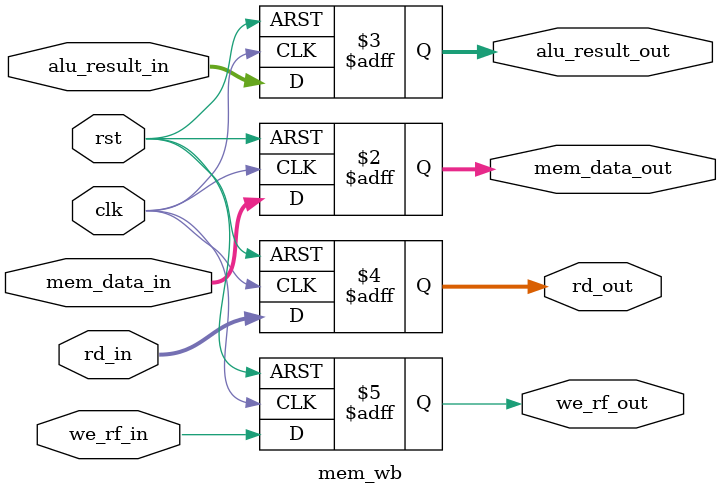
<source format=v>
module mem_wb (
    input clk,
    input rst,

    input [7:0] mem_data_in,
    input [7:0] alu_result_in,
    input [2:0] rd_in,
    input we_rf_in,

    output reg [7:0] mem_data_out,
    output reg [7:0] alu_result_out,
    output reg [2:0] rd_out,
    output reg we_rf_out
);

always @(posedge clk or posedge rst) begin
    if (rst) begin
        mem_data_out   <= 8'b0;
        alu_result_out <= 8'b0;
        rd_out         <= 3'b0;
        we_rf_out      <= 1'b0;
    end else begin
        mem_data_out   <= mem_data_in;
        alu_result_out <= alu_result_in;
        rd_out         <= rd_in;
        we_rf_out      <= we_rf_in;
    end
end

endmodule

</source>
